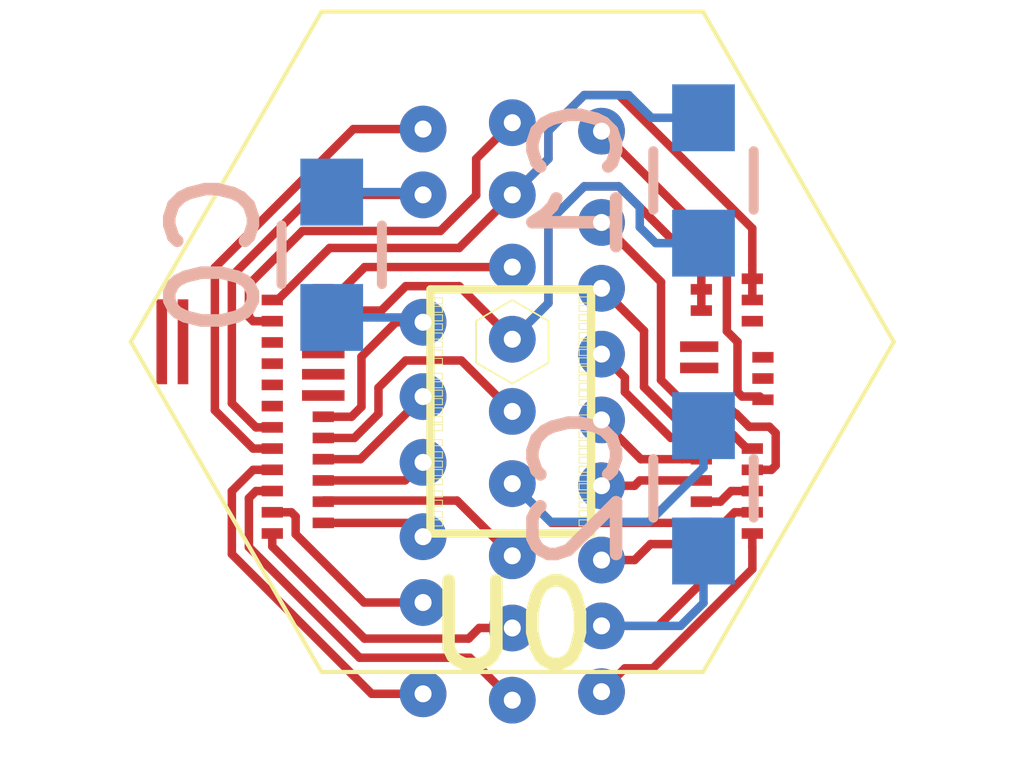
<source format=kicad_pcb>
(kicad_pcb (version 20170123) (host pcbnew "(2017-05-18 revision 2a3a699)-master")

  (general
    (links 48)
    (no_connects 10)
    (area 133.5234 103.8606 145.8766 113.157001)
    (thickness 1.6)
    (drawings 0)
    (tracks 183)
    (zones 0)
    (modules 4)
    (nets 32)
  )

  (page USLetter)
  (title_block
    (title "Topmetal-S sensor")
    (date 2017-04-12)
    (rev 0)
    (company LBNL)
  )

  (layers
    (0 F.Cu signal)
    (1 In1.Cu power)
    (2 In2.Cu jumper)
    (31 B.Cu signal)
    (33 F.Adhes user)
    (35 F.Paste user)
    (36 B.SilkS user)
    (37 F.SilkS user)
    (38 B.Mask user)
    (39 F.Mask user)
    (40 Dwgs.User user)
    (41 Cmts.User user)
    (42 Eco1.User user)
    (43 Eco2.User user)
    (44 Edge.Cuts user)
    (45 Margin user)
    (47 F.CrtYd user)
    (49 F.Fab user)
  )

  (setup
    (last_trace_width 0.1016)
    (user_trace_width 0.1016)
    (user_trace_width 0.1524)
    (user_trace_width 0.2032)
    (trace_clearance 0.1016)
    (zone_clearance 0.1016)
    (zone_45_only no)
    (trace_min 0.1016)
    (segment_width 0.2)
    (edge_width 0.15)
    (via_size 0.5588)
    (via_drill 0.2032)
    (via_min_size 0.5588)
    (via_min_drill 0.2032)
    (user_via 0.5588 0.2032)
    (user_via 0.7112 0.3556)
    (user_via 0.8636 0.508)
    (uvia_size 0.3048)
    (uvia_drill 0.1016)
    (uvias_allowed no)
    (uvia_min_size 0)
    (uvia_min_drill 0)
    (pcb_text_width 0.3)
    (pcb_text_size 1.5 1.5)
    (mod_edge_width 0.15)
    (mod_text_size 1 1)
    (mod_text_width 0.15)
    (pad_size 1.2 0.9)
    (pad_drill 0)
    (pad_to_mask_clearance 0.2)
    (aux_axis_origin 0 0)
    (visible_elements FFFFFF7F)
    (pcbplotparams
      (layerselection 0x00030_80000001)
      (usegerberextensions false)
      (excludeedgelayer true)
      (linewidth 0.100000)
      (plotframeref false)
      (viasonmask false)
      (mode 1)
      (useauxorigin false)
      (hpglpennumber 1)
      (hpglpenspeed 20)
      (hpglpendiameter 15)
      (psnegative false)
      (psa4output false)
      (plotreference true)
      (plotvalue true)
      (plotinvisibletext false)
      (padsonsilk false)
      (subtractmaskfromsilk false)
      (outputformat 1)
      (mirror false)
      (drillshape 1)
      (scaleselection 1)
      (outputdirectory ""))
  )

  (net 0 "")
  (net 1 /Gring)
  (net 2 /AVDD)
  (net 3 /AGND)
  (net 4 /GND_NMOSI)
  (net 5 /CSA_VREF_{})
  (net 6 /CSA_VDIS_{})
  (net 7 /VCASN_{})
  (net 8 /VCASP_{})
  (net 9 /DVDD)
  (net 10 /DGND)
  (net 11 /LVDS_VREF)
  (net 12 /RESET)
  (net 13 /SDM_OUT2_{}_P)
  (net 14 /SDM_OUT2_{}_N)
  (net 15 /SDM_OUT1_{}_N)
  (net 16 /SDM_OUT1_{}_P)
  (net 17 /CLK_N)
  (net 18 /CLK_P)
  (net 19 /SCK_{})
  (net 20 /SDO_{})
  (net 21 /CSA_VBIASP_{})
  (net 22 /CSA_VBIASN_{})
  (net 23 /DAC_BufferX2_VREF)
  (net 24 /SDM_testIN)
  (net 25 /Ref2)
  (net 26 /Ref1)
  (net 27 /Ref3)
  (net 28 /GND_VREF)
  (net 29 /SDM_BIAS_{})
  (net 30 /SDM_VDD_Shield)
  (net 31 /AOUT1_CSA_{})

  (net_class Default "This is the default net class."
    (clearance 0.1016)
    (trace_width 0.1016)
    (via_dia 0.5588)
    (via_drill 0.2032)
    (uvia_dia 0.3048)
    (uvia_drill 0.1016)
    (diff_pair_gap 0.2032)
    (diff_pair_width 0.1016)
    (add_net /AGND)
    (add_net /AOUT1_CSA_{})
    (add_net /AVDD)
    (add_net /CLK_N)
    (add_net /CLK_P)
    (add_net /CSA_VBIASN_{})
    (add_net /CSA_VBIASP_{})
    (add_net /CSA_VDIS_{})
    (add_net /CSA_VREF_{})
    (add_net /DAC_BufferX2_VREF)
    (add_net /DGND)
    (add_net /DVDD)
    (add_net /GND_NMOSI)
    (add_net /GND_VREF)
    (add_net /Gring)
    (add_net /LVDS_VREF)
    (add_net /RESET)
    (add_net /Ref1)
    (add_net /Ref2)
    (add_net /Ref3)
    (add_net /SCK_{})
    (add_net /SDM_BIAS_{})
    (add_net /SDM_OUT1_{}_N)
    (add_net /SDM_OUT1_{}_P)
    (add_net /SDM_OUT2_{}_N)
    (add_net /SDM_OUT2_{}_P)
    (add_net /SDM_VDD_Shield)
    (add_net /SDM_testIN)
    (add_net /SDO_{})
    (add_net /VCASN_{})
    (add_net /VCASP_{})
  )

  (module Topmetal:TMS1mm2ExDAC (layer F.Cu) (tedit 592E2214) (tstamp 592E1353)
    (at 139.7 107.95)
    (descr "TMS1mm sensor using 2 external DACs")
    (path /58EEFFC1)
    (fp_text reference U0 (at 0 3.4) (layer F.SilkS)
      (effects (font (size 1 1) (thickness 0.15)))
    )
    (fp_text value TMS1mm2ExDAC (at 0 0) (layer F.Fab)
      (effects (font (size 1 1) (thickness 0.15)))
    )
    (fp_line (start 2.28053 -3.95) (end 4.56107 0) (layer F.SilkS) (width 0.05))
    (fp_line (start -2.28053 -3.95) (end 2.28053 -3.95) (layer F.SilkS) (width 0.05))
    (fp_line (start -4.56107 0) (end -2.28053 -3.95) (layer F.SilkS) (width 0.05))
    (fp_line (start -2.28053 3.95) (end -4.56107 0) (layer F.SilkS) (width 0.05))
    (fp_line (start 2.28053 3.95) (end -2.28053 3.95) (layer F.SilkS) (width 0.05))
    (fp_line (start 4.56107 0) (end 2.28053 3.95) (layer F.SilkS) (width 0.05))
    (fp_line (start -0.978525 2.29282) (end -0.978525 -0.627175) (layer F.SilkS) (width 0.1))
    (fp_line (start 0.941475 2.29282) (end -0.978525 2.29282) (layer F.SilkS) (width 0.1))
    (fp_line (start 0.941475 -0.627175) (end 0.941475 2.29282) (layer F.SilkS) (width 0.1))
    (fp_line (start -0.978525 -0.627175) (end 0.941475 -0.627175) (layer F.SilkS) (width 0.1))
    (fp_line (start 0.433013 -0.25) (end 0.433013 0.25) (layer F.SilkS) (width 0.02))
    (fp_line (start 0 -0.5) (end 0.433013 -0.25) (layer F.SilkS) (width 0.02))
    (fp_line (start -0.433013 -0.25) (end 0 -0.5) (layer F.SilkS) (width 0.02))
    (fp_line (start -0.433013 0.25) (end -0.433013 -0.25) (layer F.SilkS) (width 0.02))
    (fp_line (start 0 0.5) (end -0.433013 0.25) (layer F.SilkS) (width 0.02))
    (fp_line (start 0.433013 0.25) (end 0 0.5) (layer F.SilkS) (width 0.02))
    (fp_line (start 0.798475 -0.464575) (end 0.798475 -0.536575) (layer F.SilkS) (width 0.01))
    (fp_line (start 0.914475 -0.464575) (end 0.798475 -0.464575) (layer F.SilkS) (width 0.01))
    (fp_line (start 0.914475 -0.536575) (end 0.914475 -0.464575) (layer F.SilkS) (width 0.01))
    (fp_line (start 0.798475 -0.536575) (end 0.914475 -0.536575) (layer F.SilkS) (width 0.01))
    (fp_line (start 0.798475 -0.363775) (end 0.798475 -0.435775) (layer F.SilkS) (width 0.01))
    (fp_line (start 0.914475 -0.363775) (end 0.798475 -0.363775) (layer F.SilkS) (width 0.01))
    (fp_line (start 0.914475 -0.435775) (end 0.914475 -0.363775) (layer F.SilkS) (width 0.01))
    (fp_line (start 0.798475 -0.435775) (end 0.914475 -0.435775) (layer F.SilkS) (width 0.01))
    (fp_line (start 0.798475 -0.254475) (end 0.798475 -0.326475) (layer F.SilkS) (width 0.01))
    (fp_line (start 0.914475 -0.254475) (end 0.798475 -0.254475) (layer F.SilkS) (width 0.01))
    (fp_line (start 0.914475 -0.326475) (end 0.914475 -0.254475) (layer F.SilkS) (width 0.01))
    (fp_line (start 0.798475 -0.326475) (end 0.914475 -0.326475) (layer F.SilkS) (width 0.01))
    (fp_line (start 0.798475 -0.147875) (end 0.798475 -0.219875) (layer F.SilkS) (width 0.01))
    (fp_line (start 0.914475 -0.147875) (end 0.798475 -0.147875) (layer F.SilkS) (width 0.01))
    (fp_line (start 0.914475 -0.219875) (end 0.914475 -0.147875) (layer F.SilkS) (width 0.01))
    (fp_line (start 0.798475 -0.219875) (end 0.914475 -0.219875) (layer F.SilkS) (width 0.01))
    (fp_line (start 0.798475 -0.038575) (end 0.798475 -0.110575) (layer F.SilkS) (width 0.01))
    (fp_line (start 0.914475 -0.038575) (end 0.798475 -0.038575) (layer F.SilkS) (width 0.01))
    (fp_line (start 0.914475 -0.110575) (end 0.914475 -0.038575) (layer F.SilkS) (width 0.01))
    (fp_line (start 0.798475 -0.110575) (end 0.914475 -0.110575) (layer F.SilkS) (width 0.01))
    (fp_line (start 0.798475 0.062225) (end 0.798475 -0.009775) (layer F.SilkS) (width 0.01))
    (fp_line (start 0.914475 0.062225) (end 0.798475 0.062225) (layer F.SilkS) (width 0.01))
    (fp_line (start 0.914475 -0.009775) (end 0.914475 0.062225) (layer F.SilkS) (width 0.01))
    (fp_line (start 0.798475 -0.009775) (end 0.914475 -0.009775) (layer F.SilkS) (width 0.01))
    (fp_line (start 0.798475 0.163025) (end 0.798475 0.091025) (layer F.SilkS) (width 0.01))
    (fp_line (start 0.914475 0.163025) (end 0.798475 0.163025) (layer F.SilkS) (width 0.01))
    (fp_line (start 0.914475 0.091025) (end 0.914475 0.163025) (layer F.SilkS) (width 0.01))
    (fp_line (start 0.798475 0.091025) (end 0.914475 0.091025) (layer F.SilkS) (width 0.01))
    (fp_line (start 0.798475 0.263825) (end 0.798475 0.191825) (layer F.SilkS) (width 0.01))
    (fp_line (start 0.914475 0.263825) (end 0.798475 0.263825) (layer F.SilkS) (width 0.01))
    (fp_line (start 0.914475 0.191825) (end 0.914475 0.263825) (layer F.SilkS) (width 0.01))
    (fp_line (start 0.798475 0.191825) (end 0.914475 0.191825) (layer F.SilkS) (width 0.01))
    (fp_line (start 0.798475 0.364625) (end 0.798475 0.292625) (layer F.SilkS) (width 0.01))
    (fp_line (start 0.914475 0.364625) (end 0.798475 0.364625) (layer F.SilkS) (width 0.01))
    (fp_line (start 0.914475 0.292625) (end 0.914475 0.364625) (layer F.SilkS) (width 0.01))
    (fp_line (start 0.798475 0.292625) (end 0.914475 0.292625) (layer F.SilkS) (width 0.01))
    (fp_line (start 0.798475 0.465425) (end 0.798475 0.393425) (layer F.SilkS) (width 0.01))
    (fp_line (start 0.914475 0.465425) (end 0.798475 0.465425) (layer F.SilkS) (width 0.01))
    (fp_line (start 0.914475 0.393425) (end 0.914475 0.465425) (layer F.SilkS) (width 0.01))
    (fp_line (start 0.798475 0.393425) (end 0.914475 0.393425) (layer F.SilkS) (width 0.01))
    (fp_line (start 0.798475 0.566225) (end 0.798475 0.494225) (layer F.SilkS) (width 0.01))
    (fp_line (start 0.914475 0.566225) (end 0.798475 0.566225) (layer F.SilkS) (width 0.01))
    (fp_line (start 0.914475 0.494225) (end 0.914475 0.566225) (layer F.SilkS) (width 0.01))
    (fp_line (start 0.798475 0.494225) (end 0.914475 0.494225) (layer F.SilkS) (width 0.01))
    (fp_line (start 0.798475 0.657025) (end 0.798475 0.585025) (layer F.SilkS) (width 0.01))
    (fp_line (start 0.914475 0.657025) (end 0.798475 0.657025) (layer F.SilkS) (width 0.01))
    (fp_line (start 0.914475 0.585025) (end 0.914475 0.657025) (layer F.SilkS) (width 0.01))
    (fp_line (start 0.798475 0.585025) (end 0.914475 0.585025) (layer F.SilkS) (width 0.01))
    (fp_line (start 0.798475 0.757825) (end 0.798475 0.685825) (layer F.SilkS) (width 0.01))
    (fp_line (start 0.914475 0.757825) (end 0.798475 0.757825) (layer F.SilkS) (width 0.01))
    (fp_line (start 0.914475 0.685825) (end 0.914475 0.757825) (layer F.SilkS) (width 0.01))
    (fp_line (start 0.798475 0.685825) (end 0.914475 0.685825) (layer F.SilkS) (width 0.01))
    (fp_line (start 0.798475 0.947025) (end 0.798475 0.875025) (layer F.SilkS) (width 0.01))
    (fp_line (start 0.914475 0.947025) (end 0.798475 0.947025) (layer F.SilkS) (width 0.01))
    (fp_line (start 0.914475 0.875025) (end 0.914475 0.947025) (layer F.SilkS) (width 0.01))
    (fp_line (start 0.798475 0.875025) (end 0.914475 0.875025) (layer F.SilkS) (width 0.01))
    (fp_line (start 0.798475 1.04783) (end 0.798475 0.975825) (layer F.SilkS) (width 0.01))
    (fp_line (start 0.914475 1.04783) (end 0.798475 1.04783) (layer F.SilkS) (width 0.01))
    (fp_line (start 0.914475 0.975825) (end 0.914475 1.04783) (layer F.SilkS) (width 0.01))
    (fp_line (start 0.798475 0.975825) (end 0.914475 0.975825) (layer F.SilkS) (width 0.01))
    (fp_line (start 0.798475 1.14863) (end 0.798475 1.07662) (layer F.SilkS) (width 0.01))
    (fp_line (start 0.914475 1.14863) (end 0.798475 1.14863) (layer F.SilkS) (width 0.01))
    (fp_line (start 0.914475 1.07662) (end 0.914475 1.14863) (layer F.SilkS) (width 0.01))
    (fp_line (start 0.798475 1.07662) (end 0.914475 1.07662) (layer F.SilkS) (width 0.01))
    (fp_line (start 0.798475 1.24943) (end 0.798475 1.17742) (layer F.SilkS) (width 0.01))
    (fp_line (start 0.914475 1.24943) (end 0.798475 1.24943) (layer F.SilkS) (width 0.01))
    (fp_line (start 0.914475 1.17742) (end 0.914475 1.24943) (layer F.SilkS) (width 0.01))
    (fp_line (start 0.798475 1.17742) (end 0.914475 1.17742) (layer F.SilkS) (width 0.01))
    (fp_line (start 0.798475 1.35023) (end 0.798475 1.27822) (layer F.SilkS) (width 0.01))
    (fp_line (start 0.914475 1.35023) (end 0.798475 1.35023) (layer F.SilkS) (width 0.01))
    (fp_line (start 0.914475 1.27822) (end 0.914475 1.35023) (layer F.SilkS) (width 0.01))
    (fp_line (start 0.798475 1.27822) (end 0.914475 1.27822) (layer F.SilkS) (width 0.01))
    (fp_line (start 0.798475 1.45103) (end 0.798475 1.37903) (layer F.SilkS) (width 0.01))
    (fp_line (start 0.914475 1.45103) (end 0.798475 1.45103) (layer F.SilkS) (width 0.01))
    (fp_line (start 0.914475 1.37903) (end 0.914475 1.45103) (layer F.SilkS) (width 0.01))
    (fp_line (start 0.798475 1.37903) (end 0.914475 1.37903) (layer F.SilkS) (width 0.01))
    (fp_line (start 0.798475 1.56032) (end 0.798475 1.48832) (layer F.SilkS) (width 0.01))
    (fp_line (start 0.914475 1.56032) (end 0.798475 1.56032) (layer F.SilkS) (width 0.01))
    (fp_line (start 0.914475 1.48832) (end 0.914475 1.56032) (layer F.SilkS) (width 0.01))
    (fp_line (start 0.798475 1.48832) (end 0.914475 1.48832) (layer F.SilkS) (width 0.01))
    (fp_line (start 0.798475 1.66963) (end 0.798475 1.59763) (layer F.SilkS) (width 0.01))
    (fp_line (start 0.914475 1.66963) (end 0.798475 1.66963) (layer F.SilkS) (width 0.01))
    (fp_line (start 0.914475 1.59763) (end 0.914475 1.66963) (layer F.SilkS) (width 0.01))
    (fp_line (start 0.798475 1.59763) (end 0.914475 1.59763) (layer F.SilkS) (width 0.01))
    (fp_line (start 0.798475 1.77042) (end 0.798475 1.69842) (layer F.SilkS) (width 0.01))
    (fp_line (start 0.914475 1.77042) (end 0.798475 1.77042) (layer F.SilkS) (width 0.01))
    (fp_line (start 0.914475 1.69842) (end 0.914475 1.77042) (layer F.SilkS) (width 0.01))
    (fp_line (start 0.798475 1.69842) (end 0.914475 1.69842) (layer F.SilkS) (width 0.01))
    (fp_line (start 0.798475 1.87972) (end 0.798475 1.80772) (layer F.SilkS) (width 0.01))
    (fp_line (start 0.914475 1.87972) (end 0.798475 1.87972) (layer F.SilkS) (width 0.01))
    (fp_line (start 0.914475 1.80772) (end 0.914475 1.87972) (layer F.SilkS) (width 0.01))
    (fp_line (start 0.798475 1.80772) (end 0.914475 1.80772) (layer F.SilkS) (width 0.01))
    (fp_line (start 0.798475 1.98633) (end 0.798475 1.91433) (layer F.SilkS) (width 0.01))
    (fp_line (start 0.914475 1.98633) (end 0.798475 1.98633) (layer F.SilkS) (width 0.01))
    (fp_line (start 0.914475 1.91433) (end 0.914475 1.98633) (layer F.SilkS) (width 0.01))
    (fp_line (start 0.798475 1.91433) (end 0.914475 1.91433) (layer F.SilkS) (width 0.01))
    (fp_line (start 0.798475 2.09292) (end 0.798475 2.02092) (layer F.SilkS) (width 0.01))
    (fp_line (start 0.914475 2.09292) (end 0.798475 2.09292) (layer F.SilkS) (width 0.01))
    (fp_line (start 0.914475 2.02092) (end 0.914475 2.09292) (layer F.SilkS) (width 0.01))
    (fp_line (start 0.798475 2.02092) (end 0.914475 2.02092) (layer F.SilkS) (width 0.01))
    (fp_line (start 0.798475 2.20222) (end 0.798475 2.13022) (layer F.SilkS) (width 0.01))
    (fp_line (start 0.914475 2.20222) (end 0.798475 2.20222) (layer F.SilkS) (width 0.01))
    (fp_line (start 0.914475 2.13022) (end 0.914475 2.20222) (layer F.SilkS) (width 0.01))
    (fp_line (start 0.798475 2.13022) (end 0.914475 2.13022) (layer F.SilkS) (width 0.01))
    (fp_line (start -0.951525 2.20222) (end -0.951525 2.13022) (layer F.SilkS) (width 0.01))
    (fp_line (start -0.835525 2.20222) (end -0.951525 2.20222) (layer F.SilkS) (width 0.01))
    (fp_line (start -0.835525 2.13022) (end -0.835525 2.20222) (layer F.SilkS) (width 0.01))
    (fp_line (start -0.951525 2.13022) (end -0.835525 2.13022) (layer F.SilkS) (width 0.01))
    (fp_line (start -0.951525 2.10143) (end -0.951525 2.02943) (layer F.SilkS) (width 0.01))
    (fp_line (start -0.835525 2.10143) (end -0.951525 2.10143) (layer F.SilkS) (width 0.01))
    (fp_line (start -0.835525 2.02943) (end -0.835525 2.10143) (layer F.SilkS) (width 0.01))
    (fp_line (start -0.951525 2.02943) (end -0.835525 2.02943) (layer F.SilkS) (width 0.01))
    (fp_line (start -0.951525 1.96702) (end -0.951525 1.89502) (layer F.SilkS) (width 0.01))
    (fp_line (start -0.835525 1.96702) (end -0.951525 1.96702) (layer F.SilkS) (width 0.01))
    (fp_line (start -0.835525 1.89502) (end -0.835525 1.96702) (layer F.SilkS) (width 0.01))
    (fp_line (start -0.951525 1.89502) (end -0.835525 1.89502) (layer F.SilkS) (width 0.01))
    (fp_line (start -0.951525 1.85623) (end -0.951525 1.78422) (layer F.SilkS) (width 0.01))
    (fp_line (start -0.835525 1.85623) (end -0.951525 1.85623) (layer F.SilkS) (width 0.01))
    (fp_line (start -0.835525 1.78422) (end -0.835525 1.85623) (layer F.SilkS) (width 0.01))
    (fp_line (start -0.951525 1.78422) (end -0.835525 1.78422) (layer F.SilkS) (width 0.01))
    (fp_line (start -0.951525 1.71063) (end -0.951525 1.63862) (layer F.SilkS) (width 0.01))
    (fp_line (start -0.835525 1.71063) (end -0.951525 1.71063) (layer F.SilkS) (width 0.01))
    (fp_line (start -0.835525 1.63862) (end -0.835525 1.71063) (layer F.SilkS) (width 0.01))
    (fp_line (start -0.951525 1.63862) (end -0.835525 1.63862) (layer F.SilkS) (width 0.01))
    (fp_line (start -0.951525 1.59982) (end -0.951525 1.52782) (layer F.SilkS) (width 0.01))
    (fp_line (start -0.835525 1.59982) (end -0.951525 1.59982) (layer F.SilkS) (width 0.01))
    (fp_line (start -0.835525 1.52782) (end -0.835525 1.59982) (layer F.SilkS) (width 0.01))
    (fp_line (start -0.951525 1.52782) (end -0.835525 1.52782) (layer F.SilkS) (width 0.01))
    (fp_line (start -0.951525 1.49902) (end -0.951525 1.42702) (layer F.SilkS) (width 0.01))
    (fp_line (start -0.835525 1.49902) (end -0.951525 1.49902) (layer F.SilkS) (width 0.01))
    (fp_line (start -0.835525 1.42702) (end -0.835525 1.49902) (layer F.SilkS) (width 0.01))
    (fp_line (start -0.951525 1.42702) (end -0.835525 1.42702) (layer F.SilkS) (width 0.01))
    (fp_line (start -0.951525 1.38823) (end -0.951525 1.31622) (layer F.SilkS) (width 0.01))
    (fp_line (start -0.835525 1.38823) (end -0.951525 1.38823) (layer F.SilkS) (width 0.01))
    (fp_line (start -0.835525 1.31622) (end -0.835525 1.38823) (layer F.SilkS) (width 0.01))
    (fp_line (start -0.951525 1.31622) (end -0.835525 1.31622) (layer F.SilkS) (width 0.01))
    (fp_line (start -0.951525 1.24262) (end -0.951525 1.17062) (layer F.SilkS) (width 0.01))
    (fp_line (start -0.835525 1.24262) (end -0.951525 1.24262) (layer F.SilkS) (width 0.01))
    (fp_line (start -0.835525 1.17062) (end -0.835525 1.24262) (layer F.SilkS) (width 0.01))
    (fp_line (start -0.951525 1.17062) (end -0.835525 1.17062) (layer F.SilkS) (width 0.01))
    (fp_line (start -0.951525 1.06342) (end -0.951525 0.991425) (layer F.SilkS) (width 0.01))
    (fp_line (start -0.835525 1.06342) (end -0.951525 1.06342) (layer F.SilkS) (width 0.01))
    (fp_line (start -0.835525 0.991425) (end -0.835525 1.06342) (layer F.SilkS) (width 0.01))
    (fp_line (start -0.951525 0.991425) (end -0.835525 0.991425) (layer F.SilkS) (width 0.01))
    (fp_line (start -0.951525 0.962625) (end -0.951525 0.890625) (layer F.SilkS) (width 0.01))
    (fp_line (start -0.835525 0.962625) (end -0.951525 0.962625) (layer F.SilkS) (width 0.01))
    (fp_line (start -0.835525 0.890625) (end -0.835525 0.962625) (layer F.SilkS) (width 0.01))
    (fp_line (start -0.951525 0.890625) (end -0.835525 0.890625) (layer F.SilkS) (width 0.01))
    (fp_line (start -0.951525 0.861825) (end -0.951525 0.789825) (layer F.SilkS) (width 0.01))
    (fp_line (start -0.835525 0.861825) (end -0.951525 0.861825) (layer F.SilkS) (width 0.01))
    (fp_line (start -0.835525 0.789825) (end -0.835525 0.861825) (layer F.SilkS) (width 0.01))
    (fp_line (start -0.951525 0.789825) (end -0.835525 0.789825) (layer F.SilkS) (width 0.01))
    (fp_line (start -0.951525 0.750875) (end -0.951525 0.678875) (layer F.SilkS) (width 0.01))
    (fp_line (start -0.835525 0.750875) (end -0.951525 0.750875) (layer F.SilkS) (width 0.01))
    (fp_line (start -0.835525 0.678875) (end -0.835525 0.750875) (layer F.SilkS) (width 0.01))
    (fp_line (start -0.951525 0.678875) (end -0.835525 0.678875) (layer F.SilkS) (width 0.01))
    (fp_line (start -0.951525 0.650075) (end -0.951525 0.578075) (layer F.SilkS) (width 0.01))
    (fp_line (start -0.835525 0.650075) (end -0.951525 0.650075) (layer F.SilkS) (width 0.01))
    (fp_line (start -0.835525 0.578075) (end -0.835525 0.650075) (layer F.SilkS) (width 0.01))
    (fp_line (start -0.951525 0.578075) (end -0.835525 0.578075) (layer F.SilkS) (width 0.01))
    (fp_line (start -0.951525 0.549275) (end -0.951525 0.477275) (layer F.SilkS) (width 0.01))
    (fp_line (start -0.835525 0.549275) (end -0.951525 0.549275) (layer F.SilkS) (width 0.01))
    (fp_line (start -0.835525 0.477275) (end -0.835525 0.549275) (layer F.SilkS) (width 0.01))
    (fp_line (start -0.951525 0.477275) (end -0.835525 0.477275) (layer F.SilkS) (width 0.01))
    (fp_line (start -0.951525 0.448475) (end -0.951525 0.376475) (layer F.SilkS) (width 0.01))
    (fp_line (start -0.835525 0.448475) (end -0.951525 0.448475) (layer F.SilkS) (width 0.01))
    (fp_line (start -0.835525 0.376475) (end -0.835525 0.448475) (layer F.SilkS) (width 0.01))
    (fp_line (start -0.951525 0.376475) (end -0.835525 0.376475) (layer F.SilkS) (width 0.01))
    (fp_line (start -0.951525 0.269275) (end -0.951525 0.197275) (layer F.SilkS) (width 0.01))
    (fp_line (start -0.835525 0.269275) (end -0.951525 0.269275) (layer F.SilkS) (width 0.01))
    (fp_line (start -0.835525 0.197275) (end -0.835525 0.269275) (layer F.SilkS) (width 0.01))
    (fp_line (start -0.951525 0.197275) (end -0.835525 0.197275) (layer F.SilkS) (width 0.01))
    (fp_line (start -0.951525 0.168475) (end -0.951525 0.096475) (layer F.SilkS) (width 0.01))
    (fp_line (start -0.835525 0.168475) (end -0.951525 0.168475) (layer F.SilkS) (width 0.01))
    (fp_line (start -0.835525 0.096475) (end -0.835525 0.168475) (layer F.SilkS) (width 0.01))
    (fp_line (start -0.951525 0.096475) (end -0.835525 0.096475) (layer F.SilkS) (width 0.01))
    (fp_line (start -0.951525 0.067675) (end -0.951525 -0.004325) (layer F.SilkS) (width 0.01))
    (fp_line (start -0.835525 0.067675) (end -0.951525 0.067675) (layer F.SilkS) (width 0.01))
    (fp_line (start -0.835525 -0.004325) (end -0.835525 0.067675) (layer F.SilkS) (width 0.01))
    (fp_line (start -0.951525 -0.004325) (end -0.835525 -0.004325) (layer F.SilkS) (width 0.01))
    (fp_line (start -0.951525 -0.033125) (end -0.951525 -0.105125) (layer F.SilkS) (width 0.01))
    (fp_line (start -0.835525 -0.033125) (end -0.951525 -0.033125) (layer F.SilkS) (width 0.01))
    (fp_line (start -0.835525 -0.105125) (end -0.835525 -0.033125) (layer F.SilkS) (width 0.01))
    (fp_line (start -0.951525 -0.105125) (end -0.835525 -0.105125) (layer F.SilkS) (width 0.01))
    (fp_line (start -0.951525 -0.142425) (end -0.951525 -0.214425) (layer F.SilkS) (width 0.01))
    (fp_line (start -0.835525 -0.142425) (end -0.951525 -0.142425) (layer F.SilkS) (width 0.01))
    (fp_line (start -0.835525 -0.214425) (end -0.835525 -0.142425) (layer F.SilkS) (width 0.01))
    (fp_line (start -0.951525 -0.214425) (end -0.835525 -0.214425) (layer F.SilkS) (width 0.01))
    (fp_line (start -0.951525 -0.251725) (end -0.951525 -0.323725) (layer F.SilkS) (width 0.01))
    (fp_line (start -0.835525 -0.251725) (end -0.951525 -0.251725) (layer F.SilkS) (width 0.01))
    (fp_line (start -0.835525 -0.323725) (end -0.835525 -0.251725) (layer F.SilkS) (width 0.01))
    (fp_line (start -0.951525 -0.323725) (end -0.835525 -0.323725) (layer F.SilkS) (width 0.01))
    (fp_line (start -0.951525 -0.352525) (end -0.951525 -0.424525) (layer F.SilkS) (width 0.01))
    (fp_line (start -0.835525 -0.352525) (end -0.951525 -0.352525) (layer F.SilkS) (width 0.01))
    (fp_line (start -0.835525 -0.424525) (end -0.835525 -0.352525) (layer F.SilkS) (width 0.01))
    (fp_line (start -0.951525 -0.424525) (end -0.835525 -0.424525) (layer F.SilkS) (width 0.01))
    (fp_line (start -0.951525 -0.454575) (end -0.951525 -0.526575) (layer F.SilkS) (width 0.01))
    (fp_line (start -0.835525 -0.454575) (end -0.951525 -0.454575) (layer F.SilkS) (width 0.01))
    (fp_line (start -0.835525 -0.526575) (end -0.835525 -0.454575) (layer F.SilkS) (width 0.01))
    (fp_line (start -0.951525 -0.526575) (end -0.835525 -0.526575) (layer F.SilkS) (width 0.01))
    (pad 43 smd rect (at -4.191 0 180) (size 0.127 1.016) (layers F.Cu F.Mask)
      (net 21 /CSA_VBIASP_{}))
    (pad 41 smd rect (at -3.937 0) (size 0.127 1.016) (layers F.Cu F.Mask)
      (net 22 /CSA_VBIASN_{}))
    (pad 46 smd rect (at 2.8696 -0.246675 90) (size 0.127 0.254) (layers F.Cu F.Mask)
      (net 31 /AOUT1_CSA_{}))
    (pad 26 thru_hole circle (at 1.0668 4.18562) (size 0.5588 0.5588) (drill 0.2032) (layers *.Cu)
      (net 30 /SDM_VDD_Shield))
    (pad 28 thru_hole circle (at 1.0668 3.39823) (size 0.5588 0.5588) (drill 0.2032) (layers *.Cu)
      (net 3 /AGND))
    (pad 25 thru_hole circle (at 1.0668 2.61083) (size 0.5588 0.5588) (drill 0.2032) (layers *.Cu)
      (net 20 /SDO_{}))
    (pad 31 thru_hole circle (at 1.0668 1.72182) (size 0.5588 0.5588) (drill 0.2032) (layers *.Cu)
      (net 28 /GND_VREF))
    (pad 33 thru_hole circle (at 1.0668 0.934425) (size 0.5588 0.5588) (drill 0.2032) (layers *.Cu)
      (net 26 /Ref1))
    (pad 35 thru_hole circle (at 1.0668 0.147025) (size 0.5588 0.5588) (drill 0.2032) (layers *.Cu)
      (net 24 /SDM_testIN))
    (pad 34 thru_hole circle (at 1.0668 -0.640375) (size 0.5588 0.5588) (drill 0.2032) (layers *.Cu)
      (net 25 /Ref2))
    (pad 32 thru_hole circle (at 1.0668 -1.42777) (size 0.5588 0.5588) (drill 0.2032) (layers *.Cu)
      (net 27 /Ref3))
    (pad 40 thru_hole circle (at 1.0668 -2.51997) (size 0.5588 0.5588) (drill 0.2032) (layers *.Cu)
      (net 23 /DAC_BufferX2_VREF))
    (pad 20 thru_hole circle (at 0 4.28722) (size 0.5588 0.5588) (drill 0.2032) (layers *.Cu)
      (net 16 /SDM_OUT1_{}_P))
    (pad 24 thru_hole circle (at 0 3.42362) (size 0.5588 0.5588) (drill 0.2032) (layers *.Cu)
      (net 20 /SDO_{}))
    (pad 21 thru_hole circle (at 0 2.56002) (size 0.5588 0.5588) (drill 0.2032) (layers *.Cu)
      (net 17 /CLK_N))
    (pad 27 thru_hole circle (at 0 1.69642) (size 0.5588 0.5588) (drill 0.2032) (layers *.Cu)
      (net 2 /AVDD))
    (pad 15 thru_hole circle (at 0 0.832825) (size 0.5588 0.5588) (drill 0.2032) (layers *.Cu)
      (net 11 /LVDS_VREF))
    (pad 3 thru_hole circle (at 0 -0.030775) (size 0.5588 0.5588) (drill 0.2032) (layers *.Cu)
      (net 3 /AGND))
    (pad 1 thru_hole circle (at 0 -0.894375) (size 0.5588 0.5588) (drill 0.2032) (layers *.Cu)
      (net 1 /Gring))
    (pad 2 thru_hole circle (at 0 -1.75798) (size 0.5588 0.5588) (drill 0.2032) (layers *.Cu)
      (net 2 /AVDD))
    (pad 4 thru_hole circle (at 0 -2.62157) (size 0.5588 0.5588) (drill 0.2032) (layers *.Cu)
      (net 4 /GND_NMOSI))
    (pad 18 thru_hole circle (at -1.0668 4.21103) (size 0.5588 0.5588) (drill 0.2032) (layers *.Cu)
      (net 14 /SDM_OUT2_{}_N))
    (pad 22 thru_hole circle (at -1.0668 3.11883) (size 0.5588 0.5588) (drill 0.2032) (layers *.Cu)
      (net 18 /CLK_P))
    (pad 23 thru_hole circle (at -1.0668 2.33143) (size 0.5588 0.5588) (drill 0.2032) (layers *.Cu)
      (net 19 /SCK_{}))
    (pad 19 thru_hole circle (at -1.0668 1.44243) (size 0.5588 0.5588) (drill 0.2032) (layers *.Cu)
      (net 15 /SDM_OUT1_{}_N))
    (pad 17 thru_hole circle (at -1.0668 0.655025) (size 0.5588 0.5588) (drill 0.2032) (layers *.Cu)
      (net 13 /SDM_OUT2_{}_P))
    (pad 13 thru_hole circle (at -1.0668 -0.233975) (size 0.5588 0.5588) (drill 0.2032) (layers *.Cu)
      (net 9 /DVDD))
    (pad 14 thru_hole circle (at -1.0668 -1.75798) (size 0.5588 0.5588) (drill 0.2032) (layers *.Cu)
      (net 10 /DGND))
    (pad 16 thru_hole circle (at -1.0668 -2.54537) (size 0.5588 0.5588) (drill 0.2032) (layers *.Cu)
      (net 12 /RESET))
    (pad 25 smd rect (at 2.26 2.42033 90) (size 0.127 0.254) (layers F.Cu F.Mask)
      (net 20 /SDO_{}))
    (pad 26 smd rect (at 2.8696 2.29333 90) (size 0.127 0.254) (layers F.Cu F.Mask)
      (net 30 /SDM_VDD_Shield))
    (pad 27 smd rect (at 2.26 2.16633 90) (size 0.127 0.254) (layers F.Cu F.Mask)
      (net 2 /AVDD))
    (pad 28 smd rect (at 2.8696 2.03933 90) (size 0.127 0.254) (layers F.Cu F.Mask)
      (net 3 /AGND))
    (pad 29 smd rect (at 2.26 1.91233 90) (size 0.127 0.254) (layers F.Cu F.Mask)
      (net 29 /SDM_BIAS_{}))
    (pad 30 smd rect (at 2.8696 1.78533 90) (size 0.127 0.254) (layers F.Cu F.Mask)
      (net 29 /SDM_BIAS_{}))
    (pad 31 smd rect (at 2.26 1.65833 90) (size 0.127 0.254) (layers F.Cu F.Mask)
      (net 28 /GND_VREF))
    (pad 32 smd rect (at 2.8696 1.53133 90) (size 0.127 0.254) (layers F.Cu F.Mask)
      (net 27 /Ref3))
    (pad 33 smd rect (at 2.26 1.40433 90) (size 0.127 0.254) (layers F.Cu F.Mask)
      (net 26 /Ref1))
    (pad 34 smd rect (at 2.8696 1.27733 90) (size 0.127 0.254) (layers F.Cu F.Mask)
      (net 25 /Ref2))
    (pad 35 smd rect (at 2.26 1.15033 90) (size 0.127 0.254) (layers F.Cu F.Mask)
      (net 24 /SDM_testIN))
    (pad 40 smd rect (at 2.9966 0.693125 90) (size 0.127 0.254) (layers F.Cu F.Mask)
      (net 23 /DAC_BufferX2_VREF))
    (pad 42 smd rect (at 2.26 0.312125 90) (size 0.127 0.4572) (drill (offset 0 -0.0254)) (layers F.Cu F.Mask)
      (net 22 /CSA_VBIASN_{}))
    (pad 41 smd rect (at 2.9966 0.439125 90) (size 0.127 0.254) (layers F.Cu F.Mask)
      (net 22 /CSA_VBIASN_{}))
    (pad 44 smd rect (at 2.26 0.058125 90) (size 0.127 0.4572) (drill (offset 0 -0.0254)) (layers F.Cu F.Mask)
      (net 21 /CSA_VBIASP_{}))
    (pad 43 smd rect (at 2.9966 0.185125 90) (size 0.127 0.254) (layers F.Cu F.Mask)
      (net 21 /CSA_VBIASP_{}))
    (pad 47 smd rect (at 2.26 -0.373675 90) (size 0.127 0.254) (layers F.Cu F.Mask)
      (net 3 /AGND))
    (pad 48 smd rect (at 2.8696 -0.500675 90) (size 0.127 0.254) (layers F.Cu F.Mask)
      (net 2 /AVDD))
    (pad 49 smd rect (at 2.26 -0.627675 90) (size 0.127 0.254) (layers F.Cu F.Mask)
      (net 3 /AGND))
    (pad 50 smd rect (at 2.8696 -0.754675 90) (size 0.127 0.254) (layers F.Cu F.Mask)
      (net 2 /AVDD))
    (pad 24 smd rect (at -2.8696 2.29333 90) (size 0.127 0.254) (layers F.Cu F.Mask)
      (net 20 /SDO_{}))
    (pad 23 smd rect (at -2.26 2.16633 90) (size 0.127 0.254) (layers F.Cu F.Mask)
      (net 19 /SCK_{}))
    (pad 22 smd rect (at -2.8696 2.03932 90) (size 0.127 0.254) (layers F.Cu F.Mask)
      (net 18 /CLK_P))
    (pad 21 smd rect (at -2.26 1.91233 90) (size 0.127 0.254) (layers F.Cu F.Mask)
      (net 17 /CLK_N))
    (pad 20 smd rect (at -2.8696 1.78533 90) (size 0.127 0.254) (layers F.Cu F.Mask)
      (net 16 /SDM_OUT1_{}_P))
    (pad 19 smd rect (at -2.26 1.65833 90) (size 0.127 0.254) (layers F.Cu F.Mask)
      (net 15 /SDM_OUT1_{}_N))
    (pad 18 smd rect (at -2.8696 1.53132 90) (size 0.127 0.254) (layers F.Cu F.Mask)
      (net 14 /SDM_OUT2_{}_N))
    (pad 17 smd rect (at -2.26 1.40433 90) (size 0.127 0.254) (layers F.Cu F.Mask)
      (net 13 /SDM_OUT2_{}_P))
    (pad 16 smd rect (at -2.8696 1.27733 90) (size 0.127 0.254) (layers F.Cu F.Mask)
      (net 12 /RESET))
    (pad 15 smd rect (at -2.26 1.15033 90) (size 0.127 0.254) (layers F.Cu F.Mask)
      (net 11 /LVDS_VREF))
    (pad 14 smd rect (at -2.8696 1.02333 90) (size 0.127 0.254) (layers F.Cu F.Mask)
      (net 10 /DGND))
    (pad 13 smd rect (at -2.26 0.896325 90) (size 0.127 0.254) (layers F.Cu F.Mask)
      (net 9 /DVDD))
    (pad 12 smd rect (at -2.8696 0.769325 90) (size 0.127 0.254) (layers F.Cu F.Mask)
      (net 8 /VCASP_{}))
    (pad 11 smd rect (at -2.26 0.642325 90) (size 0.127 0.508) (layers F.Cu F.Mask)
      (net 8 /VCASP_{}))
    (pad 10 smd rect (at -2.8696 0.515325 90) (size 0.127 0.254) (layers F.Cu F.Mask)
      (net 7 /VCASN_{}))
    (pad 9 smd rect (at -2.26 0.388325 90) (size 0.127 0.508) (layers F.Cu F.Mask)
      (net 7 /VCASN_{}))
    (pad 8 smd rect (at -2.8696 0.261325 90) (size 0.127 0.254) (layers F.Cu F.Mask)
      (net 6 /CSA_VDIS_{}))
    (pad 7 smd rect (at -2.26 0.134325 90) (size 0.127 0.508) (layers F.Cu F.Mask)
      (net 6 /CSA_VDIS_{}))
    (pad 6 smd rect (at -2.8696 0.007325 90) (size 0.127 0.254) (layers F.Cu F.Mask)
      (net 5 /CSA_VREF_{}))
    (pad 5 smd rect (at -2.26 -0.119675 90) (size 0.127 0.508) (layers F.Cu F.Mask)
      (net 5 /CSA_VREF_{}))
    (pad 4 smd rect (at -2.8696 -0.246675 90) (size 0.127 0.254) (layers F.Cu F.Mask)
      (net 4 /GND_NMOSI))
    (pad 3 smd rect (at -2.26 -0.373675 90) (size 0.127 0.254) (layers F.Cu F.Mask)
      (net 3 /AGND))
    (pad 2 smd rect (at -2.8696 -0.500675 90) (size 0.127 0.254) (layers F.Cu F.Mask)
      (net 2 /AVDD))
    (pad 1 smd rect (at -2.26 -0.627675 90) (size 0.127 0.254) (layers F.Cu F.Mask)
      (net 1 /Gring))
  )

  (module Capacitors_SMD:C_0603 (layer B.Cu) (tedit 592ED8B4) (tstamp 592F1BEB)
    (at 137.541 106.9086 90)
    (descr "Capacitor SMD 0603, reflow soldering, AVX (see smccp.pdf)")
    (tags "capacitor 0603")
    (path /592E2452)
    (attr smd)
    (fp_text reference C0 (at 0 -1.397 90) (layer B.SilkS)
      (effects (font (size 1 1) (thickness 0.15)) (justify mirror))
    )
    (fp_text value 1u (at 0 -1.5 90) (layer B.Fab)
      (effects (font (size 1 1) (thickness 0.15)) (justify mirror))
    )
    (fp_line (start 1.4 -0.65) (end -1.4 -0.65) (layer B.CrtYd) (width 0.05))
    (fp_line (start 1.4 -0.65) (end 1.4 0.65) (layer B.CrtYd) (width 0.05))
    (fp_line (start -1.4 0.65) (end -1.4 -0.65) (layer B.CrtYd) (width 0.05))
    (fp_line (start -1.4 0.65) (end 1.4 0.65) (layer B.CrtYd) (width 0.05))
    (fp_line (start 0.35 -0.6) (end -0.35 -0.6) (layer B.SilkS) (width 0.12))
    (fp_line (start -0.35 0.6) (end 0.35 0.6) (layer B.SilkS) (width 0.12))
    (fp_line (start -0.8 0.4) (end 0.8 0.4) (layer B.Fab) (width 0.1))
    (fp_line (start 0.8 0.4) (end 0.8 -0.4) (layer B.Fab) (width 0.1))
    (fp_line (start 0.8 -0.4) (end -0.8 -0.4) (layer B.Fab) (width 0.1))
    (fp_line (start -0.8 -0.4) (end -0.8 0.4) (layer B.Fab) (width 0.1))
    (fp_text user %R (at 0 1.5 90) (layer B.Fab)
      (effects (font (size 1 1) (thickness 0.15)) (justify mirror))
    )
    (pad 2 smd rect (at 0.75 0 90) (size 0.8 0.75) (layers B.Cu B.Mask)
      (net 10 /DGND))
    (pad 1 smd rect (at -0.75 0 90) (size 0.8 0.75) (layers B.Cu B.Mask)
      (net 9 /DVDD))
    (model Capacitors_SMD.3dshapes/C_0603.wrl
      (at (xyz 0 0 0))
      (scale (xyz 1 1 1))
      (rotate (xyz 0 0 0))
    )
  )

  (module Capacitors_SMD:C_0603 (layer B.Cu) (tedit 592ED8C7) (tstamp 592F1BFC)
    (at 141.986 106.0196 270)
    (descr "Capacitor SMD 0603, reflow soldering, AVX (see smccp.pdf)")
    (tags "capacitor 0603")
    (path /592E24A6)
    (attr smd)
    (fp_text reference C1 (at 0 1.5 270) (layer B.SilkS)
      (effects (font (size 1 1) (thickness 0.15)) (justify mirror))
    )
    (fp_text value 1u (at 0 -1.5 270) (layer B.Fab)
      (effects (font (size 1 1) (thickness 0.15)) (justify mirror))
    )
    (fp_text user %R (at 0 1.5 270) (layer B.Fab)
      (effects (font (size 1 1) (thickness 0.15)) (justify mirror))
    )
    (fp_line (start -0.8 -0.4) (end -0.8 0.4) (layer B.Fab) (width 0.1))
    (fp_line (start 0.8 -0.4) (end -0.8 -0.4) (layer B.Fab) (width 0.1))
    (fp_line (start 0.8 0.4) (end 0.8 -0.4) (layer B.Fab) (width 0.1))
    (fp_line (start -0.8 0.4) (end 0.8 0.4) (layer B.Fab) (width 0.1))
    (fp_line (start -0.35 0.6) (end 0.35 0.6) (layer B.SilkS) (width 0.12))
    (fp_line (start 0.35 -0.6) (end -0.35 -0.6) (layer B.SilkS) (width 0.12))
    (fp_line (start -1.4 0.65) (end 1.4 0.65) (layer B.CrtYd) (width 0.05))
    (fp_line (start -1.4 0.65) (end -1.4 -0.65) (layer B.CrtYd) (width 0.05))
    (fp_line (start 1.4 -0.65) (end 1.4 0.65) (layer B.CrtYd) (width 0.05))
    (fp_line (start 1.4 -0.65) (end -1.4 -0.65) (layer B.CrtYd) (width 0.05))
    (pad 1 smd rect (at -0.75 0 270) (size 0.8 0.75) (layers B.Cu B.Mask)
      (net 2 /AVDD))
    (pad 2 smd rect (at 0.75 0 270) (size 0.8 0.75) (layers B.Cu B.Mask)
      (net 3 /AGND))
    (model Capacitors_SMD.3dshapes/C_0603.wrl
      (at (xyz 0 0 0))
      (scale (xyz 1 1 1))
      (rotate (xyz 0 0 0))
    )
  )

  (module Capacitors_SMD:C_0603 (layer B.Cu) (tedit 592ED8D3) (tstamp 592F1C0D)
    (at 141.986 109.7026 270)
    (descr "Capacitor SMD 0603, reflow soldering, AVX (see smccp.pdf)")
    (tags "capacitor 0603")
    (path /592E2531)
    (attr smd)
    (fp_text reference C2 (at 0 1.5 270) (layer B.SilkS)
      (effects (font (size 1 1) (thickness 0.15)) (justify mirror))
    )
    (fp_text value 1u (at 0 -1.5 270) (layer B.Fab)
      (effects (font (size 1 1) (thickness 0.15)) (justify mirror))
    )
    (fp_line (start 1.4 -0.65) (end -1.4 -0.65) (layer B.CrtYd) (width 0.05))
    (fp_line (start 1.4 -0.65) (end 1.4 0.65) (layer B.CrtYd) (width 0.05))
    (fp_line (start -1.4 0.65) (end -1.4 -0.65) (layer B.CrtYd) (width 0.05))
    (fp_line (start -1.4 0.65) (end 1.4 0.65) (layer B.CrtYd) (width 0.05))
    (fp_line (start 0.35 -0.6) (end -0.35 -0.6) (layer B.SilkS) (width 0.12))
    (fp_line (start -0.35 0.6) (end 0.35 0.6) (layer B.SilkS) (width 0.12))
    (fp_line (start -0.8 0.4) (end 0.8 0.4) (layer B.Fab) (width 0.1))
    (fp_line (start 0.8 0.4) (end 0.8 -0.4) (layer B.Fab) (width 0.1))
    (fp_line (start 0.8 -0.4) (end -0.8 -0.4) (layer B.Fab) (width 0.1))
    (fp_line (start -0.8 -0.4) (end -0.8 0.4) (layer B.Fab) (width 0.1))
    (fp_text user %R (at 0 1.5 270) (layer B.Fab)
      (effects (font (size 1 1) (thickness 0.15)) (justify mirror))
    )
    (pad 2 smd rect (at 0.75 0 270) (size 0.8 0.75) (layers B.Cu B.Mask)
      (net 3 /AGND))
    (pad 1 smd rect (at -0.75 0 270) (size 0.8 0.75) (layers B.Cu B.Mask)
      (net 2 /AVDD))
    (model Capacitors_SMD.3dshapes/C_0603.wrl
      (at (xyz 0 0 0))
      (scale (xyz 1 1 1))
      (rotate (xyz 0 0 0))
    )
  )

  (segment (start 137.44 107.322325) (end 137.6686 107.322325) (width 0.1016) (layer F.Cu) (net 1))
  (segment (start 137.6686 107.322325) (end 137.9353 107.055625) (width 0.1016) (layer F.Cu) (net 1))
  (segment (start 137.9353 107.055625) (end 139.304869 107.055625) (width 0.1016) (layer F.Cu) (net 1))
  (segment (start 139.304869 107.055625) (end 139.7 107.055625) (width 0.1016) (layer F.Cu) (net 1))
  (segment (start 141.986 108.9526) (end 141.986 109.4542) (width 0.1016) (layer B.Cu) (net 2))
  (segment (start 141.986 109.4542) (end 141.336579 110.103621) (width 0.1016) (layer B.Cu) (net 2))
  (segment (start 140.157201 110.103621) (end 139.979399 109.925819) (width 0.1016) (layer B.Cu) (net 2))
  (segment (start 141.336579 110.103621) (end 140.157201 110.103621) (width 0.1016) (layer B.Cu) (net 2))
  (segment (start 139.979399 109.925819) (end 139.7 109.64642) (width 0.1016) (layer B.Cu) (net 2))
  (segment (start 141.091629 104.998229) (end 141.363 105.2696) (width 0.1016) (layer B.Cu) (net 2))
  (segment (start 141.363 105.2696) (end 141.986 105.2696) (width 0.1016) (layer B.Cu) (net 2))
  (segment (start 139.7 106.19202) (end 140.131801 105.760219) (width 0.1016) (layer B.Cu) (net 2))
  (segment (start 140.131801 105.760219) (end 140.131801 105.425963) (width 0.1016) (layer B.Cu) (net 2))
  (segment (start 140.131801 105.425963) (end 140.559535 104.998229) (width 0.1016) (layer B.Cu) (net 2))
  (segment (start 140.559535 104.998229) (end 141.091629 104.998229) (width 0.1016) (layer B.Cu) (net 2))
  (segment (start 139.7 106.19202) (end 140.131801 105.760219) (width 0.1016) (layer F.Cu) (net 2))
  (segment (start 142.5696 107.030225) (end 142.5696 107.195325) (width 0.1016) (layer F.Cu) (net 2))
  (segment (start 140.131801 105.760219) (end 140.131801 105.425963) (width 0.1016) (layer F.Cu) (net 2))
  (segment (start 140.131801 105.425963) (end 140.559535 104.998229) (width 0.1016) (layer F.Cu) (net 2))
  (segment (start 140.559535 104.998229) (end 140.974065 104.998229) (width 0.1016) (layer F.Cu) (net 2))
  (segment (start 140.974065 104.998229) (end 142.5696 106.593764) (width 0.1016) (layer F.Cu) (net 2))
  (segment (start 142.5696 106.593764) (end 142.5696 107.030225) (width 0.1016) (layer F.Cu) (net 2))
  (segment (start 139.420601 106.471419) (end 139.7 106.19202) (width 0.1016) (layer F.Cu) (net 2))
  (segment (start 136.8939 107.449325) (end 137.516193 106.827032) (width 0.1016) (layer F.Cu) (net 2))
  (segment (start 139.064988 106.827032) (end 139.420601 106.471419) (width 0.1016) (layer F.Cu) (net 2))
  (segment (start 137.516193 106.827032) (end 139.064988 106.827032) (width 0.1016) (layer F.Cu) (net 2))
  (segment (start 136.8304 107.449325) (end 136.8939 107.449325) (width 0.1016) (layer F.Cu) (net 2))
  (segment (start 142.5696 107.449325) (end 142.5696 107.195325) (width 0.1016) (layer F.Cu) (net 2))
  (segment (start 139.7 109.64642) (end 140.16991 110.11633) (width 0.1016) (layer F.Cu) (net 2))
  (segment (start 140.16991 110.11633) (end 141.96 110.11633) (width 0.1016) (layer F.Cu) (net 2))
  (segment (start 141.986 110.4526) (end 141.986 111.0742) (width 0.1016) (layer B.Cu) (net 3))
  (segment (start 141.71197 111.34823) (end 140.7668 111.34823) (width 0.1016) (layer B.Cu) (net 3))
  (segment (start 141.986 111.0742) (end 141.71197 111.34823) (width 0.1016) (layer B.Cu) (net 3))
  (segment (start 141.224 106.5784) (end 141.4152 106.7696) (width 0.1016) (layer B.Cu) (net 3))
  (segment (start 141.4152 106.7696) (end 141.986 106.7696) (width 0.1016) (layer B.Cu) (net 3))
  (segment (start 141.224 106.340364) (end 141.224 106.5784) (width 0.1016) (layer B.Cu) (net 3))
  (segment (start 139.7 107.919225) (end 140.131801 107.487424) (width 0.1016) (layer B.Cu) (net 3))
  (segment (start 140.131801 107.487424) (end 140.131801 106.518163) (width 0.1016) (layer B.Cu) (net 3))
  (segment (start 140.131801 106.518163) (end 140.559535 106.090429) (width 0.1016) (layer B.Cu) (net 3))
  (segment (start 140.559535 106.090429) (end 140.974065 106.090429) (width 0.1016) (layer B.Cu) (net 3))
  (segment (start 140.974065 106.090429) (end 141.224 106.340364) (width 0.1016) (layer B.Cu) (net 3))
  (segment (start 137.44 107.576325) (end 138.133834 107.576325) (width 0.1016) (layer F.Cu) (net 3))
  (segment (start 138.133834 107.576325) (end 138.425935 107.284224) (width 0.1016) (layer F.Cu) (net 3))
  (segment (start 138.425935 107.284224) (end 139.064999 107.284224) (width 0.1016) (layer F.Cu) (net 3))
  (segment (start 139.064999 107.284224) (end 139.420601 107.639826) (width 0.1016) (layer F.Cu) (net 3))
  (segment (start 139.420601 107.639826) (end 139.7 107.919225) (width 0.1016) (layer F.Cu) (net 3))
  (segment (start 142.5696 109.98933) (end 142.358778 109.98933) (width 0.1016) (layer F.Cu) (net 3))
  (segment (start 142.358778 109.98933) (end 142.239401 110.108707) (width 0.1016) (layer F.Cu) (net 3))
  (segment (start 142.239401 110.108707) (end 142.239401 110.555751) (width 0.1016) (layer F.Cu) (net 3))
  (segment (start 142.239401 110.555751) (end 141.446922 111.34823) (width 0.1016) (layer F.Cu) (net 3))
  (segment (start 141.161931 111.34823) (end 140.7668 111.34823) (width 0.1016) (layer F.Cu) (net 3))
  (segment (start 141.446922 111.34823) (end 141.161931 111.34823) (width 0.1016) (layer F.Cu) (net 3))
  (segment (start 141.96 107.322325) (end 141.96 107.076364) (width 0.1016) (layer F.Cu) (net 3))
  (segment (start 141.96 107.076364) (end 140.974065 106.090429) (width 0.1016) (layer F.Cu) (net 3))
  (segment (start 140.974065 106.090429) (end 140.559535 106.090429) (width 0.1016) (layer F.Cu) (net 3))
  (segment (start 139.979399 107.639826) (end 139.7 107.919225) (width 0.1016) (layer F.Cu) (net 3))
  (segment (start 140.559535 106.090429) (end 140.131801 106.518163) (width 0.1016) (layer F.Cu) (net 3))
  (segment (start 140.131801 106.518163) (end 140.131801 107.487424) (width 0.1016) (layer F.Cu) (net 3))
  (segment (start 140.131801 107.487424) (end 139.979399 107.639826) (width 0.1016) (layer F.Cu) (net 3))
  (segment (start 141.96 107.576325) (end 141.96 107.322325) (width 0.1016) (layer F.Cu) (net 3))
  (segment (start 138.840465 106.623821) (end 139.268199 106.196087) (width 0.1016) (layer F.Cu) (net 4))
  (segment (start 136.8304 107.703325) (end 136.6018 107.703325) (width 0.1016) (layer F.Cu) (net 4))
  (segment (start 136.6018 107.703325) (end 136.550999 107.652524) (width 0.1016) (layer F.Cu) (net 4))
  (segment (start 139.268199 106.196087) (end 139.268199 105.760231) (width 0.1016) (layer F.Cu) (net 4))
  (segment (start 136.550999 107.652524) (end 136.550999 107.263904) (width 0.1016) (layer F.Cu) (net 4))
  (segment (start 139.268199 105.760231) (end 139.420601 105.607829) (width 0.1016) (layer F.Cu) (net 4))
  (segment (start 139.420601 105.607829) (end 139.7 105.32843) (width 0.1016) (layer F.Cu) (net 4))
  (segment (start 136.550999 107.263904) (end 137.191082 106.623821) (width 0.1016) (layer F.Cu) (net 4))
  (segment (start 137.191082 106.623821) (end 138.840465 106.623821) (width 0.1016) (layer F.Cu) (net 4))
  (segment (start 137.541 107.6586) (end 138.575775 107.6586) (width 0.1016) (layer B.Cu) (net 9))
  (segment (start 138.575775 107.6586) (end 138.6332 107.716025) (width 0.1016) (layer B.Cu) (net 9))
  (segment (start 137.8966 108.1278) (end 138.308375 107.716025) (width 0.1016) (layer F.Cu) (net 9))
  (segment (start 138.308375 107.716025) (end 138.6332 107.716025) (width 0.1016) (layer F.Cu) (net 9))
  (segment (start 137.8966 108.727547) (end 137.8966 108.1278) (width 0.1016) (layer F.Cu) (net 9))
  (segment (start 137.777822 108.846325) (end 137.8966 108.727547) (width 0.1016) (layer F.Cu) (net 9))
  (segment (start 137.44 108.846325) (end 137.777822 108.846325) (width 0.1016) (layer F.Cu) (net 9))
  (segment (start 138.595752 107.716025) (end 138.6332 107.716025) (width 0.1016) (layer F.Cu) (net 9))
  (segment (start 137.541 106.1586) (end 138.59978 106.1586) (width 0.1016) (layer B.Cu) (net 10))
  (segment (start 138.59978 106.1586) (end 138.6332 106.19202) (width 0.1016) (layer B.Cu) (net 10))
  (segment (start 137.31778 106.19202) (end 137.541 106.19202) (width 0.1016) (layer F.Cu) (net 10))
  (segment (start 137.541 106.19202) (end 138.6332 106.19202) (width 0.1016) (layer F.Cu) (net 10))
  (segment (start 136.347211 107.162589) (end 137.31778 106.19202) (width 0.1016) (layer F.Cu) (net 10))
  (segment (start 136.347211 108.685359) (end 136.347211 107.162589) (width 0.1016) (layer F.Cu) (net 10))
  (segment (start 136.8304 108.97333) (end 136.635182 108.97333) (width 0.1016) (layer F.Cu) (net 10))
  (segment (start 136.635182 108.97333) (end 136.347211 108.685359) (width 0.1016) (layer F.Cu) (net 10))
  (segment (start 138.425935 108.173224) (end 139.090399 108.173224) (width 0.1016) (layer F.Cu) (net 11))
  (segment (start 138.099811 108.811719) (end 138.099811 108.499348) (width 0.1016) (layer F.Cu) (net 11))
  (segment (start 139.090399 108.173224) (end 139.420601 108.503426) (width 0.1016) (layer F.Cu) (net 11))
  (segment (start 137.8112 109.10033) (end 138.099811 108.811719) (width 0.1016) (layer F.Cu) (net 11))
  (segment (start 137.44 109.10033) (end 137.8112 109.10033) (width 0.1016) (layer F.Cu) (net 11))
  (segment (start 138.099811 108.499348) (end 138.425935 108.173224) (width 0.1016) (layer F.Cu) (net 11))
  (segment (start 139.420601 108.503426) (end 139.7 108.782825) (width 0.1016) (layer F.Cu) (net 11))
  (segment (start 136.144 107.061) (end 137.80037 105.40463) (width 0.1016) (layer F.Cu) (net 12))
  (segment (start 137.80037 105.40463) (end 138.6332 105.40463) (width 0.1016) (layer F.Cu) (net 12))
  (segment (start 136.144 108.76953) (end 136.144 107.061) (width 0.1016) (layer F.Cu) (net 12))
  (segment (start 136.6018 109.22733) (end 136.144 108.76953) (width 0.1016) (layer F.Cu) (net 12))
  (segment (start 136.8304 109.22733) (end 136.6018 109.22733) (width 0.1016) (layer F.Cu) (net 12))
  (segment (start 137.44 109.35433) (end 137.883895 109.35433) (width 0.1016) (layer F.Cu) (net 13))
  (segment (start 137.883895 109.35433) (end 138.6332 108.605025) (width 0.1016) (layer F.Cu) (net 13))
  (segment (start 136.8304 109.48132) (end 136.6018 109.48132) (width 0.1016) (layer F.Cu) (net 14))
  (segment (start 136.6018 109.48132) (end 136.3472 109.73592) (width 0.1016) (layer F.Cu) (net 14))
  (segment (start 136.3472 109.73592) (end 136.3472 110.49) (width 0.1016) (layer F.Cu) (net 14))
  (segment (start 136.3472 110.49) (end 138.01823 112.16103) (width 0.1016) (layer F.Cu) (net 14))
  (segment (start 138.01823 112.16103) (end 138.6332 112.16103) (width 0.1016) (layer F.Cu) (net 14))
  (segment (start 137.44 109.60833) (end 138.4173 109.60833) (width 0.1016) (layer F.Cu) (net 15))
  (segment (start 138.4173 109.60833) (end 138.6332 109.39243) (width 0.1016) (layer F.Cu) (net 15))
  (segment (start 139.420601 111.957821) (end 139.7 112.23722) (width 0.1016) (layer F.Cu) (net 16))
  (segment (start 136.550999 110.406417) (end 137.873811 111.729229) (width 0.1016) (layer F.Cu) (net 16))
  (segment (start 136.8304 109.73533) (end 136.635172 109.73533) (width 0.1016) (layer F.Cu) (net 16))
  (segment (start 137.873811 111.729229) (end 139.192009 111.729229) (width 0.1016) (layer F.Cu) (net 16))
  (segment (start 139.192009 111.729229) (end 139.420601 111.957821) (width 0.1016) (layer F.Cu) (net 16))
  (segment (start 136.550999 109.819503) (end 136.550999 110.406417) (width 0.1016) (layer F.Cu) (net 16))
  (segment (start 136.635172 109.73533) (end 136.550999 109.819503) (width 0.1016) (layer F.Cu) (net 16))
  (segment (start 137.44 109.86233) (end 137.452701 109.849629) (width 0.1016) (layer F.Cu) (net 17))
  (segment (start 137.452701 109.849629) (end 139.039609 109.849629) (width 0.1016) (layer F.Cu) (net 17))
  (segment (start 139.039609 109.849629) (end 139.420601 110.230621) (width 0.1016) (layer F.Cu) (net 17))
  (segment (start 139.420601 110.230621) (end 139.7 110.51002) (width 0.1016) (layer F.Cu) (net 17))
  (segment (start 138.6332 111.06883) (end 137.927678 111.06883) (width 0.1016) (layer F.Cu) (net 18))
  (segment (start 137.927678 111.06883) (end 137.109801 110.250953) (width 0.1016) (layer F.Cu) (net 18))
  (segment (start 137.109801 110.250953) (end 137.109801 110.040121) (width 0.1016) (layer F.Cu) (net 18))
  (segment (start 137.109801 110.040121) (end 137.059 109.98932) (width 0.1016) (layer F.Cu) (net 18))
  (segment (start 137.059 109.98932) (end 136.8304 109.98932) (width 0.1016) (layer F.Cu) (net 18))
  (segment (start 137.44 110.11633) (end 138.4681 110.11633) (width 0.1016) (layer F.Cu) (net 19))
  (segment (start 138.4681 110.11633) (end 138.6332 110.28143) (width 0.1016) (layer F.Cu) (net 19))
  (segment (start 139.177858 111.500631) (end 139.304869 111.37362) (width 0.1016) (layer F.Cu) (net 20))
  (segment (start 137.932595 111.500631) (end 139.177858 111.500631) (width 0.1016) (layer F.Cu) (net 20))
  (segment (start 136.8304 110.398436) (end 137.932595 111.500631) (width 0.1016) (layer F.Cu) (net 20))
  (segment (start 139.304869 111.37362) (end 139.7 111.37362) (width 0.1016) (layer F.Cu) (net 20))
  (segment (start 136.8304 110.24333) (end 136.8304 110.398436) (width 0.1016) (layer F.Cu) (net 20))
  (segment (start 140.7668 110.56083) (end 141.161931 110.56083) (width 0.1016) (layer F.Cu) (net 20))
  (segment (start 141.161931 110.56083) (end 141.352431 110.37033) (width 0.1016) (layer F.Cu) (net 20))
  (segment (start 141.352431 110.37033) (end 141.96 110.37033) (width 0.1016) (layer F.Cu) (net 20))
  (segment (start 142.2654 107.823) (end 142.2654 106.92863) (width 0.1016) (layer F.Cu) (net 23))
  (segment (start 142.2654 106.92863) (end 142.16917 106.8324) (width 0.1016) (layer F.Cu) (net 23))
  (segment (start 142.16917 106.8324) (end 140.7668 105.43003) (width 0.1016) (layer F.Cu) (net 23))
  (segment (start 142.3924 107.95) (end 142.2654 107.823) (width 0.1016) (layer F.Cu) (net 23))
  (segment (start 142.3924 108.549747) (end 142.3924 107.95) (width 0.1016) (layer F.Cu) (net 23))
  (segment (start 142.447679 108.605026) (end 142.3924 108.549747) (width 0.1016) (layer F.Cu) (net 23))
  (segment (start 142.6966 108.643125) (end 142.658501 108.605026) (width 0.1016) (layer F.Cu) (net 23))
  (segment (start 142.658501 108.605026) (end 142.447679 108.605026) (width 0.1016) (layer F.Cu) (net 23))
  (segment (start 141.7314 109.10033) (end 141.96 109.10033) (width 0.1016) (layer F.Cu) (net 24))
  (segment (start 141.046199 108.550165) (end 141.596364 109.10033) (width 0.1016) (layer F.Cu) (net 24))
  (segment (start 141.046199 108.376424) (end 141.046199 108.550165) (width 0.1016) (layer F.Cu) (net 24))
  (segment (start 140.7668 108.097025) (end 141.046199 108.376424) (width 0.1016) (layer F.Cu) (net 24))
  (segment (start 141.596364 109.10033) (end 141.7314 109.10033) (width 0.1016) (layer F.Cu) (net 24))
  (segment (start 141.274789 107.817614) (end 141.046199 107.589024) (width 0.1016) (layer F.Cu) (net 25))
  (segment (start 142.132298 108.86441) (end 141.647825 108.864408) (width 0.1016) (layer F.Cu) (net 25))
  (segment (start 142.330118 109.06223) (end 142.132298 108.86441) (width 0.1016) (layer F.Cu) (net 25))
  (segment (start 142.5061 109.22733) (end 142.341 109.06223) (width 0.1016) (layer F.Cu) (net 25))
  (segment (start 141.274789 108.491373) (end 141.274789 107.817614) (width 0.1016) (layer F.Cu) (net 25))
  (segment (start 142.5696 109.22733) (end 142.5061 109.22733) (width 0.1016) (layer F.Cu) (net 25))
  (segment (start 142.341 109.06223) (end 142.330118 109.06223) (width 0.1016) (layer F.Cu) (net 25))
  (segment (start 141.046199 107.589024) (end 140.7668 107.309625) (width 0.1016) (layer F.Cu) (net 25))
  (segment (start 141.647825 108.864408) (end 141.274789 108.491373) (width 0.1016) (layer F.Cu) (net 25))
  (segment (start 141.7314 109.35433) (end 141.96 109.35433) (width 0.1016) (layer F.Cu) (net 26))
  (segment (start 141.236705 109.35433) (end 141.7314 109.35433) (width 0.1016) (layer F.Cu) (net 26))
  (segment (start 140.7668 108.884425) (end 141.236705 109.35433) (width 0.1016) (layer F.Cu) (net 26))
  (segment (start 142.374389 108.808237) (end 142.532152 108.966) (width 0.1016) (layer F.Cu) (net 27))
  (segment (start 142.849001 109.041909) (end 142.849001 109.430529) (width 0.1016) (layer F.Cu) (net 27))
  (segment (start 142.773092 108.966) (end 142.849001 109.041909) (width 0.1016) (layer F.Cu) (net 27))
  (segment (start 142.532152 108.966) (end 142.773092 108.966) (width 0.1016) (layer F.Cu) (net 27))
  (segment (start 142.363507 108.808237) (end 142.374389 108.808237) (width 0.1016) (layer F.Cu) (net 27))
  (segment (start 141.478 108.407201) (end 141.731998 108.661199) (width 0.1016) (layer F.Cu) (net 27))
  (segment (start 142.849001 109.430529) (end 142.7982 109.48133) (width 0.1016) (layer F.Cu) (net 27))
  (segment (start 141.478 107.23343) (end 141.478 108.407201) (width 0.1016) (layer F.Cu) (net 27))
  (segment (start 140.7668 106.52223) (end 141.478 107.23343) (width 0.1016) (layer F.Cu) (net 27))
  (segment (start 142.7982 109.48133) (end 142.5696 109.48133) (width 0.1016) (layer F.Cu) (net 27))
  (segment (start 142.21647 108.6612) (end 142.363507 108.808237) (width 0.1016) (layer F.Cu) (net 27))
  (segment (start 141.731998 108.661199) (end 142.21647 108.6612) (width 0.1016) (layer F.Cu) (net 27))
  (segment (start 140.7668 109.67182) (end 141.161931 109.67182) (width 0.1016) (layer F.Cu) (net 28))
  (segment (start 141.225421 109.60833) (end 141.7314 109.60833) (width 0.1016) (layer F.Cu) (net 28))
  (segment (start 141.161931 109.67182) (end 141.225421 109.60833) (width 0.1016) (layer F.Cu) (net 28))
  (segment (start 141.7314 109.60833) (end 141.96 109.60833) (width 0.1016) (layer F.Cu) (net 28))
  (segment (start 141.96 109.86233) (end 142.1886 109.86233) (width 0.1016) (layer F.Cu) (net 29))
  (segment (start 142.1886 109.86233) (end 142.3156 109.73533) (width 0.1016) (layer F.Cu) (net 29))
  (segment (start 142.3156 109.73533) (end 142.341 109.73533) (width 0.1016) (layer F.Cu) (net 29))
  (segment (start 142.341 109.73533) (end 142.5696 109.73533) (width 0.1016) (layer F.Cu) (net 29))
  (segment (start 142.5702 110.6678) (end 141.381779 111.856221) (width 0.1016) (layer F.Cu) (net 30))
  (segment (start 141.381779 111.856221) (end 141.046199 111.856221) (width 0.1016) (layer F.Cu) (net 30))
  (segment (start 141.046199 111.856221) (end 140.7668 112.13562) (width 0.1016) (layer F.Cu) (net 30))
  (segment (start 142.5702 110.40903) (end 142.5702 110.6678) (width 0.1016) (layer F.Cu) (net 30))
  (segment (start 142.5696 110.24333) (end 142.5696 110.40843) (width 0.1016) (layer F.Cu) (net 30))
  (segment (start 142.5696 110.40843) (end 142.5702 110.40903) (width 0.1016) (layer F.Cu) (net 30))

  (zone (net 3) (net_name /AGND) (layer In1.Cu) (tstamp 0) (hatch edge 0.508)
    (connect_pads yes (clearance 0.1016))
    (min_thickness 0.1016)
    (fill yes (arc_segments 16) (thermal_gap 0.508) (thermal_bridge_width 0.508) (smoothing fillet))
    (polygon
      (pts
        (xy 135.128 103.8606) (xy 144.3228 103.8606) (xy 144.3228 113.157) (xy 135.0772 113.157)
      )
    )
    (filled_polygon
      (pts
        (xy 144.272 113.1062) (xy 135.128278 113.1062) (xy 135.132975 112.246543) (xy 138.201326 112.246543) (xy 138.266925 112.405305)
        (xy 138.388286 112.526878) (xy 138.546933 112.592754) (xy 138.718713 112.592904) (xy 138.877475 112.527305) (xy 138.999048 112.405944)
        (xy 139.0336 112.322733) (xy 139.268126 112.322733) (xy 139.333725 112.481495) (xy 139.455086 112.603068) (xy 139.613733 112.668944)
        (xy 139.785513 112.669094) (xy 139.944275 112.603495) (xy 140.065848 112.482134) (xy 140.131724 112.323487) (xy 140.131813 112.221133)
        (xy 140.334926 112.221133) (xy 140.400525 112.379895) (xy 140.521886 112.501468) (xy 140.680533 112.567344) (xy 140.852313 112.567494)
        (xy 141.011075 112.501895) (xy 141.132648 112.380534) (xy 141.198524 112.221887) (xy 141.198674 112.050107) (xy 141.133075 111.891345)
        (xy 141.011714 111.769772) (xy 140.853067 111.703896) (xy 140.681287 111.703746) (xy 140.522525 111.769345) (xy 140.400952 111.890706)
        (xy 140.335076 112.049353) (xy 140.334926 112.221133) (xy 140.131813 112.221133) (xy 140.131874 112.151707) (xy 140.066275 111.992945)
        (xy 139.944914 111.871372) (xy 139.786267 111.805496) (xy 139.614487 111.805346) (xy 139.455725 111.870945) (xy 139.334152 111.992306)
        (xy 139.268276 112.150953) (xy 139.268126 112.322733) (xy 139.0336 112.322733) (xy 139.064924 112.247297) (xy 139.065074 112.075517)
        (xy 138.999475 111.916755) (xy 138.878114 111.795182) (xy 138.719467 111.729306) (xy 138.547687 111.729156) (xy 138.388925 111.794755)
        (xy 138.267352 111.916116) (xy 138.201476 112.074763) (xy 138.201326 112.246543) (xy 135.132975 112.246543) (xy 135.143246 110.366943)
        (xy 138.201326 110.366943) (xy 138.266925 110.525705) (xy 138.388286 110.647278) (xy 138.45533 110.675117) (xy 138.388925 110.702555)
        (xy 138.267352 110.823916) (xy 138.201476 110.982563) (xy 138.201326 111.154343) (xy 138.266925 111.313105) (xy 138.388286 111.434678)
        (xy 138.546933 111.500554) (xy 138.718713 111.500704) (xy 138.819322 111.459133) (xy 139.268126 111.459133) (xy 139.333725 111.617895)
        (xy 139.455086 111.739468) (xy 139.613733 111.805344) (xy 139.785513 111.805494) (xy 139.944275 111.739895) (xy 140.065848 111.618534)
        (xy 140.131724 111.459887) (xy 140.131874 111.288107) (xy 140.066275 111.129345) (xy 139.944914 111.007772) (xy 139.786267 110.941896)
        (xy 139.614487 110.941746) (xy 139.455725 111.007345) (xy 139.334152 111.128706) (xy 139.268276 111.287353) (xy 139.268126 111.459133)
        (xy 138.819322 111.459133) (xy 138.877475 111.435105) (xy 138.999048 111.313744) (xy 139.064924 111.155097) (xy 139.065074 110.983317)
        (xy 138.999475 110.824555) (xy 138.878114 110.702982) (xy 138.81107 110.675143) (xy 138.877475 110.647705) (xy 138.929738 110.595533)
        (xy 139.268126 110.595533) (xy 139.333725 110.754295) (xy 139.455086 110.875868) (xy 139.613733 110.941744) (xy 139.785513 110.941894)
        (xy 139.944275 110.876295) (xy 140.065848 110.754934) (xy 140.110938 110.646343) (xy 140.334926 110.646343) (xy 140.400525 110.805105)
        (xy 140.521886 110.926678) (xy 140.680533 110.992554) (xy 140.852313 110.992704) (xy 141.011075 110.927105) (xy 141.132648 110.805744)
        (xy 141.198524 110.647097) (xy 141.198674 110.475317) (xy 141.133075 110.316555) (xy 141.011714 110.194982) (xy 140.853067 110.129106)
        (xy 140.681287 110.128956) (xy 140.522525 110.194555) (xy 140.400952 110.315916) (xy 140.335076 110.474563) (xy 140.334926 110.646343)
        (xy 140.110938 110.646343) (xy 140.131724 110.596287) (xy 140.131874 110.424507) (xy 140.066275 110.265745) (xy 139.944914 110.144172)
        (xy 139.786267 110.078296) (xy 139.614487 110.078146) (xy 139.455725 110.143745) (xy 139.334152 110.265106) (xy 139.268276 110.423753)
        (xy 139.268126 110.595533) (xy 138.929738 110.595533) (xy 138.999048 110.526344) (xy 139.064924 110.367697) (xy 139.065074 110.195917)
        (xy 138.999475 110.037155) (xy 138.878114 109.915582) (xy 138.719467 109.849706) (xy 138.547687 109.849556) (xy 138.388925 109.915155)
        (xy 138.267352 110.036516) (xy 138.201476 110.195163) (xy 138.201326 110.366943) (xy 135.143246 110.366943) (xy 135.152406 108.690538)
        (xy 138.201326 108.690538) (xy 138.266925 108.8493) (xy 138.388286 108.970873) (xy 138.455336 108.998715) (xy 138.388925 109.026155)
        (xy 138.267352 109.147516) (xy 138.201476 109.306163) (xy 138.201326 109.477943) (xy 138.266925 109.636705) (xy 138.388286 109.758278)
        (xy 138.546933 109.824154) (xy 138.718713 109.824304) (xy 138.877475 109.758705) (xy 138.999048 109.637344) (xy 139.064924 109.478697)
        (xy 139.065074 109.306917) (xy 138.999475 109.148155) (xy 138.878114 109.026582) (xy 138.811064 108.99874) (xy 138.877475 108.9713)
        (xy 138.980616 108.868338) (xy 139.268126 108.868338) (xy 139.333725 109.0271) (xy 139.455086 109.148673) (xy 139.613733 109.214549)
        (xy 139.614478 109.21455) (xy 139.455725 109.280145) (xy 139.334152 109.401506) (xy 139.268276 109.560153) (xy 139.268126 109.731933)
        (xy 139.333725 109.890695) (xy 139.455086 110.012268) (xy 139.613733 110.078144) (xy 139.785513 110.078294) (xy 139.944275 110.012695)
        (xy 140.065848 109.891334) (xy 140.131724 109.732687) (xy 140.131874 109.560907) (xy 140.066275 109.402145) (xy 139.944914 109.280572)
        (xy 139.786267 109.214696) (xy 139.785522 109.214695) (xy 139.944275 109.1491) (xy 140.065848 109.027739) (xy 140.131724 108.869092)
        (xy 140.131874 108.697312) (xy 140.066275 108.53855) (xy 139.944914 108.416977) (xy 139.786267 108.351101) (xy 139.614487 108.350951)
        (xy 139.455725 108.41655) (xy 139.334152 108.537911) (xy 139.268276 108.696558) (xy 139.268126 108.868338) (xy 138.980616 108.868338)
        (xy 138.999048 108.849939) (xy 139.064924 108.691292) (xy 139.065074 108.519512) (xy 138.999475 108.36075) (xy 138.878114 108.239177)
        (xy 138.719467 108.173301) (xy 138.547687 108.173151) (xy 138.388925 108.23875) (xy 138.267352 108.360111) (xy 138.201476 108.518758)
        (xy 138.201326 108.690538) (xy 135.152406 108.690538) (xy 135.157264 107.801538) (xy 138.201326 107.801538) (xy 138.266925 107.9603)
        (xy 138.388286 108.081873) (xy 138.546933 108.147749) (xy 138.718713 108.147899) (xy 138.877475 108.0823) (xy 138.999048 107.960939)
        (xy 139.064924 107.802292) (xy 139.065074 107.630512) (xy 138.999475 107.47175) (xy 138.878114 107.350177) (xy 138.719467 107.284301)
        (xy 138.547687 107.284151) (xy 138.388925 107.34975) (xy 138.267352 107.471111) (xy 138.201476 107.629758) (xy 138.201326 107.801538)
        (xy 135.157264 107.801538) (xy 135.160872 107.141138) (xy 139.268126 107.141138) (xy 139.333725 107.2999) (xy 139.455086 107.421473)
        (xy 139.613733 107.487349) (xy 139.785513 107.487499) (xy 139.944275 107.4219) (xy 140.065848 107.300539) (xy 140.131724 107.141892)
        (xy 140.131874 106.970112) (xy 140.066275 106.81135) (xy 139.944914 106.689777) (xy 139.786267 106.623901) (xy 139.614487 106.623751)
        (xy 139.455725 106.68935) (xy 139.334152 106.810711) (xy 139.268276 106.969358) (xy 139.268126 107.141138) (xy 135.160872 107.141138)
        (xy 135.169895 105.490143) (xy 138.201326 105.490143) (xy 138.266925 105.648905) (xy 138.388286 105.770478) (xy 138.455318 105.798312)
        (xy 138.388925 105.825745) (xy 138.267352 105.947106) (xy 138.201476 106.105753) (xy 138.201326 106.277533) (xy 138.266925 106.436295)
        (xy 138.388286 106.557868) (xy 138.546933 106.623744) (xy 138.718713 106.623894) (xy 138.877475 106.558295) (xy 138.999048 106.436934)
        (xy 139.064924 106.278287) (xy 139.065074 106.106507) (xy 138.999475 105.947745) (xy 138.878114 105.826172) (xy 138.811082 105.798338)
        (xy 138.877475 105.770905) (xy 138.999048 105.649544) (xy 139.064924 105.490897) (xy 139.064991 105.413943) (xy 139.268126 105.413943)
        (xy 139.333725 105.572705) (xy 139.455086 105.694278) (xy 139.613733 105.760154) (xy 139.614466 105.760155) (xy 139.455725 105.825745)
        (xy 139.334152 105.947106) (xy 139.268276 106.105753) (xy 139.268126 106.277533) (xy 139.333725 106.436295) (xy 139.455086 106.557868)
        (xy 139.613733 106.623744) (xy 139.785513 106.623894) (xy 139.824601 106.607743) (xy 140.334926 106.607743) (xy 140.400525 106.766505)
        (xy 140.521886 106.888078) (xy 140.588924 106.915915) (xy 140.522525 106.94335) (xy 140.400952 107.064711) (xy 140.335076 107.223358)
        (xy 140.334926 107.395138) (xy 140.400525 107.5539) (xy 140.521886 107.675473) (xy 140.58893 107.703312) (xy 140.522525 107.73075)
        (xy 140.400952 107.852111) (xy 140.335076 108.010758) (xy 140.334926 108.182538) (xy 140.400525 108.3413) (xy 140.521886 108.462873)
        (xy 140.58893 108.490712) (xy 140.522525 108.51815) (xy 140.400952 108.639511) (xy 140.335076 108.798158) (xy 140.334926 108.969938)
        (xy 140.400525 109.1287) (xy 140.521886 109.250273) (xy 140.588924 109.27811) (xy 140.522525 109.305545) (xy 140.400952 109.426906)
        (xy 140.335076 109.585553) (xy 140.334926 109.757333) (xy 140.400525 109.916095) (xy 140.521886 110.037668) (xy 140.680533 110.103544)
        (xy 140.852313 110.103694) (xy 141.011075 110.038095) (xy 141.132648 109.916734) (xy 141.198524 109.758087) (xy 141.198674 109.586307)
        (xy 141.133075 109.427545) (xy 141.011714 109.305972) (xy 140.944676 109.278135) (xy 141.011075 109.2507) (xy 141.132648 109.129339)
        (xy 141.198524 108.970692) (xy 141.198674 108.798912) (xy 141.133075 108.64015) (xy 141.011714 108.518577) (xy 140.94467 108.490738)
        (xy 141.011075 108.4633) (xy 141.132648 108.341939) (xy 141.198524 108.183292) (xy 141.198674 108.011512) (xy 141.133075 107.85275)
        (xy 141.011714 107.731177) (xy 140.94467 107.703338) (xy 141.011075 107.6759) (xy 141.132648 107.554539) (xy 141.198524 107.395892)
        (xy 141.198674 107.224112) (xy 141.133075 107.06535) (xy 141.011714 106.943777) (xy 140.944676 106.91594) (xy 141.011075 106.888505)
        (xy 141.132648 106.767144) (xy 141.198524 106.608497) (xy 141.198674 106.436717) (xy 141.133075 106.277955) (xy 141.011714 106.156382)
        (xy 140.853067 106.090506) (xy 140.681287 106.090356) (xy 140.522525 106.155955) (xy 140.400952 106.277316) (xy 140.335076 106.435963)
        (xy 140.334926 106.607743) (xy 139.824601 106.607743) (xy 139.944275 106.558295) (xy 140.065848 106.436934) (xy 140.131724 106.278287)
        (xy 140.131874 106.106507) (xy 140.066275 105.947745) (xy 139.944914 105.826172) (xy 139.786267 105.760296) (xy 139.785534 105.760295)
        (xy 139.944275 105.694705) (xy 140.065848 105.573344) (xy 140.089849 105.515543) (xy 140.334926 105.515543) (xy 140.400525 105.674305)
        (xy 140.521886 105.795878) (xy 140.680533 105.861754) (xy 140.852313 105.861904) (xy 141.011075 105.796305) (xy 141.132648 105.674944)
        (xy 141.198524 105.516297) (xy 141.198674 105.344517) (xy 141.133075 105.185755) (xy 141.011714 105.064182) (xy 140.853067 104.998306)
        (xy 140.681287 104.998156) (xy 140.522525 105.063755) (xy 140.400952 105.185116) (xy 140.335076 105.343763) (xy 140.334926 105.515543)
        (xy 140.089849 105.515543) (xy 140.131724 105.414697) (xy 140.131874 105.242917) (xy 140.066275 105.084155) (xy 139.944914 104.962582)
        (xy 139.786267 104.896706) (xy 139.614487 104.896556) (xy 139.455725 104.962155) (xy 139.334152 105.083516) (xy 139.268276 105.242163)
        (xy 139.268126 105.413943) (xy 139.064991 105.413943) (xy 139.065074 105.319117) (xy 138.999475 105.160355) (xy 138.878114 105.038782)
        (xy 138.719467 104.972906) (xy 138.547687 104.972756) (xy 138.388925 105.038355) (xy 138.267352 105.159716) (xy 138.201476 105.318363)
        (xy 138.201326 105.490143) (xy 135.169895 105.490143) (xy 135.178523 103.9114) (xy 144.272 103.9114)
      )
    )
  )
)

</source>
